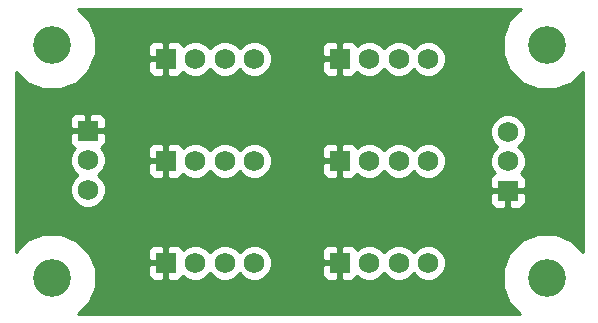
<source format=gbr>
G04 #@! TF.FileFunction,Copper,L2,Bot,Signal*
%FSLAX46Y46*%
G04 Gerber Fmt 4.6, Leading zero omitted, Abs format (unit mm)*
G04 Created by KiCad (PCBNEW 4.0.2+e4-6225~38~ubuntu15.04.1-stable) date zo 31 jul 2016 22:39:55 CEST*
%MOMM*%
G01*
G04 APERTURE LIST*
%ADD10C,0.100000*%
%ADD11R,1.750000X1.750000*%
%ADD12C,1.750000*%
%ADD13C,3.200000*%
%ADD14C,0.254000*%
G04 APERTURE END LIST*
D10*
D11*
X166624000Y-120904000D03*
D12*
X169124000Y-120904000D03*
X171624000Y-120904000D03*
X174124000Y-120904000D03*
D13*
X184150000Y-130810000D03*
X184150000Y-111125000D03*
X142240000Y-130810000D03*
X142240000Y-111125000D03*
D11*
X145288000Y-118364000D03*
D12*
X145288000Y-120864000D03*
X145288000Y-123364000D03*
D11*
X151892000Y-112268000D03*
D12*
X154392000Y-112268000D03*
X156892000Y-112268000D03*
X159392000Y-112268000D03*
D11*
X151892000Y-120904000D03*
D12*
X154392000Y-120904000D03*
X156892000Y-120904000D03*
X159392000Y-120904000D03*
D11*
X151892000Y-129540000D03*
D12*
X154392000Y-129540000D03*
X156892000Y-129540000D03*
X159392000Y-129540000D03*
D11*
X166624000Y-129540000D03*
D12*
X169124000Y-129540000D03*
X171624000Y-129540000D03*
X174124000Y-129540000D03*
D11*
X166624000Y-112268000D03*
D12*
X169124000Y-112268000D03*
X171624000Y-112268000D03*
X174124000Y-112268000D03*
D11*
X180848000Y-123444000D03*
D12*
X180848000Y-120944000D03*
X180848000Y-118444000D03*
D14*
G36*
X180992246Y-109011068D02*
X180423649Y-110380402D01*
X180422355Y-111863094D01*
X180988561Y-113233418D01*
X182036068Y-114282754D01*
X183405402Y-114851351D01*
X184888094Y-114852645D01*
X186258418Y-114286439D01*
X187198000Y-113348494D01*
X187198000Y-128587945D01*
X186263932Y-127652246D01*
X184894598Y-127083649D01*
X183411906Y-127082355D01*
X182041582Y-127648561D01*
X180992246Y-128696068D01*
X180423649Y-130065402D01*
X180422355Y-131548094D01*
X180988561Y-132918418D01*
X181926506Y-133858000D01*
X144462055Y-133858000D01*
X145397754Y-132923932D01*
X145966351Y-131554598D01*
X145967645Y-130071906D01*
X145865936Y-129825750D01*
X150382000Y-129825750D01*
X150382000Y-130541310D01*
X150478673Y-130774699D01*
X150657302Y-130953327D01*
X150890691Y-131050000D01*
X151606250Y-131050000D01*
X151765000Y-130891250D01*
X151765000Y-129667000D01*
X150540750Y-129667000D01*
X150382000Y-129825750D01*
X145865936Y-129825750D01*
X145401439Y-128701582D01*
X145238831Y-128538690D01*
X150382000Y-128538690D01*
X150382000Y-129254250D01*
X150540750Y-129413000D01*
X151765000Y-129413000D01*
X151765000Y-128188750D01*
X152019000Y-128188750D01*
X152019000Y-129413000D01*
X152039000Y-129413000D01*
X152039000Y-129667000D01*
X152019000Y-129667000D01*
X152019000Y-130891250D01*
X152177750Y-131050000D01*
X152893309Y-131050000D01*
X153126698Y-130953327D01*
X153305327Y-130774699D01*
X153359760Y-130643286D01*
X153535537Y-130819370D01*
X154090325Y-131049738D01*
X154691040Y-131050262D01*
X155246229Y-130820862D01*
X155642318Y-130425464D01*
X156035537Y-130819370D01*
X156590325Y-131049738D01*
X157191040Y-131050262D01*
X157746229Y-130820862D01*
X158142318Y-130425464D01*
X158535537Y-130819370D01*
X159090325Y-131049738D01*
X159691040Y-131050262D01*
X160246229Y-130820862D01*
X160671370Y-130396463D01*
X160901738Y-129841675D01*
X160901751Y-129825750D01*
X165114000Y-129825750D01*
X165114000Y-130541310D01*
X165210673Y-130774699D01*
X165389302Y-130953327D01*
X165622691Y-131050000D01*
X166338250Y-131050000D01*
X166497000Y-130891250D01*
X166497000Y-129667000D01*
X165272750Y-129667000D01*
X165114000Y-129825750D01*
X160901751Y-129825750D01*
X160902262Y-129240960D01*
X160672862Y-128685771D01*
X160526038Y-128538690D01*
X165114000Y-128538690D01*
X165114000Y-129254250D01*
X165272750Y-129413000D01*
X166497000Y-129413000D01*
X166497000Y-128188750D01*
X166751000Y-128188750D01*
X166751000Y-129413000D01*
X166771000Y-129413000D01*
X166771000Y-129667000D01*
X166751000Y-129667000D01*
X166751000Y-130891250D01*
X166909750Y-131050000D01*
X167625309Y-131050000D01*
X167858698Y-130953327D01*
X168037327Y-130774699D01*
X168091760Y-130643286D01*
X168267537Y-130819370D01*
X168822325Y-131049738D01*
X169423040Y-131050262D01*
X169978229Y-130820862D01*
X170374318Y-130425464D01*
X170767537Y-130819370D01*
X171322325Y-131049738D01*
X171923040Y-131050262D01*
X172478229Y-130820862D01*
X172874318Y-130425464D01*
X173267537Y-130819370D01*
X173822325Y-131049738D01*
X174423040Y-131050262D01*
X174978229Y-130820862D01*
X175403370Y-130396463D01*
X175633738Y-129841675D01*
X175634262Y-129240960D01*
X175404862Y-128685771D01*
X174980463Y-128260630D01*
X174425675Y-128030262D01*
X173824960Y-128029738D01*
X173269771Y-128259138D01*
X172873682Y-128654536D01*
X172480463Y-128260630D01*
X171925675Y-128030262D01*
X171324960Y-128029738D01*
X170769771Y-128259138D01*
X170373682Y-128654536D01*
X169980463Y-128260630D01*
X169425675Y-128030262D01*
X168824960Y-128029738D01*
X168269771Y-128259138D01*
X168091797Y-128436802D01*
X168037327Y-128305301D01*
X167858698Y-128126673D01*
X167625309Y-128030000D01*
X166909750Y-128030000D01*
X166751000Y-128188750D01*
X166497000Y-128188750D01*
X166338250Y-128030000D01*
X165622691Y-128030000D01*
X165389302Y-128126673D01*
X165210673Y-128305301D01*
X165114000Y-128538690D01*
X160526038Y-128538690D01*
X160248463Y-128260630D01*
X159693675Y-128030262D01*
X159092960Y-128029738D01*
X158537771Y-128259138D01*
X158141682Y-128654536D01*
X157748463Y-128260630D01*
X157193675Y-128030262D01*
X156592960Y-128029738D01*
X156037771Y-128259138D01*
X155641682Y-128654536D01*
X155248463Y-128260630D01*
X154693675Y-128030262D01*
X154092960Y-128029738D01*
X153537771Y-128259138D01*
X153359797Y-128436802D01*
X153305327Y-128305301D01*
X153126698Y-128126673D01*
X152893309Y-128030000D01*
X152177750Y-128030000D01*
X152019000Y-128188750D01*
X151765000Y-128188750D01*
X151606250Y-128030000D01*
X150890691Y-128030000D01*
X150657302Y-128126673D01*
X150478673Y-128305301D01*
X150382000Y-128538690D01*
X145238831Y-128538690D01*
X144353932Y-127652246D01*
X142984598Y-127083649D01*
X141501906Y-127082355D01*
X140131582Y-127648561D01*
X139192000Y-128586506D01*
X139192000Y-121163040D01*
X143777738Y-121163040D01*
X144007138Y-121718229D01*
X144402536Y-122114318D01*
X144008630Y-122507537D01*
X143778262Y-123062325D01*
X143777738Y-123663040D01*
X144007138Y-124218229D01*
X144431537Y-124643370D01*
X144986325Y-124873738D01*
X145587040Y-124874262D01*
X146142229Y-124644862D01*
X146567370Y-124220463D01*
X146771131Y-123729750D01*
X179338000Y-123729750D01*
X179338000Y-124445309D01*
X179434673Y-124678698D01*
X179613301Y-124857327D01*
X179846690Y-124954000D01*
X180562250Y-124954000D01*
X180721000Y-124795250D01*
X180721000Y-123571000D01*
X180975000Y-123571000D01*
X180975000Y-124795250D01*
X181133750Y-124954000D01*
X181849310Y-124954000D01*
X182082699Y-124857327D01*
X182261327Y-124678698D01*
X182358000Y-124445309D01*
X182358000Y-123729750D01*
X182199250Y-123571000D01*
X180975000Y-123571000D01*
X180721000Y-123571000D01*
X179496750Y-123571000D01*
X179338000Y-123729750D01*
X146771131Y-123729750D01*
X146797738Y-123665675D01*
X146798262Y-123064960D01*
X146568862Y-122509771D01*
X146173464Y-122113682D01*
X146567370Y-121720463D01*
X146787741Y-121189750D01*
X150382000Y-121189750D01*
X150382000Y-121905310D01*
X150478673Y-122138699D01*
X150657302Y-122317327D01*
X150890691Y-122414000D01*
X151606250Y-122414000D01*
X151765000Y-122255250D01*
X151765000Y-121031000D01*
X150540750Y-121031000D01*
X150382000Y-121189750D01*
X146787741Y-121189750D01*
X146797738Y-121165675D01*
X146798262Y-120564960D01*
X146568862Y-120009771D01*
X146461968Y-119902690D01*
X150382000Y-119902690D01*
X150382000Y-120618250D01*
X150540750Y-120777000D01*
X151765000Y-120777000D01*
X151765000Y-119552750D01*
X152019000Y-119552750D01*
X152019000Y-120777000D01*
X152039000Y-120777000D01*
X152039000Y-121031000D01*
X152019000Y-121031000D01*
X152019000Y-122255250D01*
X152177750Y-122414000D01*
X152893309Y-122414000D01*
X153126698Y-122317327D01*
X153305327Y-122138699D01*
X153359760Y-122007286D01*
X153535537Y-122183370D01*
X154090325Y-122413738D01*
X154691040Y-122414262D01*
X155246229Y-122184862D01*
X155642318Y-121789464D01*
X156035537Y-122183370D01*
X156590325Y-122413738D01*
X157191040Y-122414262D01*
X157746229Y-122184862D01*
X158142318Y-121789464D01*
X158535537Y-122183370D01*
X159090325Y-122413738D01*
X159691040Y-122414262D01*
X160246229Y-122184862D01*
X160671370Y-121760463D01*
X160901738Y-121205675D01*
X160901751Y-121189750D01*
X165114000Y-121189750D01*
X165114000Y-121905310D01*
X165210673Y-122138699D01*
X165389302Y-122317327D01*
X165622691Y-122414000D01*
X166338250Y-122414000D01*
X166497000Y-122255250D01*
X166497000Y-121031000D01*
X165272750Y-121031000D01*
X165114000Y-121189750D01*
X160901751Y-121189750D01*
X160902262Y-120604960D01*
X160672862Y-120049771D01*
X160526038Y-119902690D01*
X165114000Y-119902690D01*
X165114000Y-120618250D01*
X165272750Y-120777000D01*
X166497000Y-120777000D01*
X166497000Y-119552750D01*
X166751000Y-119552750D01*
X166751000Y-120777000D01*
X166771000Y-120777000D01*
X166771000Y-121031000D01*
X166751000Y-121031000D01*
X166751000Y-122255250D01*
X166909750Y-122414000D01*
X167625309Y-122414000D01*
X167858698Y-122317327D01*
X168037327Y-122138699D01*
X168091760Y-122007286D01*
X168267537Y-122183370D01*
X168822325Y-122413738D01*
X169423040Y-122414262D01*
X169978229Y-122184862D01*
X170374318Y-121789464D01*
X170767537Y-122183370D01*
X171322325Y-122413738D01*
X171923040Y-122414262D01*
X172478229Y-122184862D01*
X172874318Y-121789464D01*
X173267537Y-122183370D01*
X173822325Y-122413738D01*
X174423040Y-122414262D01*
X174978229Y-122184862D01*
X175403370Y-121760463D01*
X175633738Y-121205675D01*
X175634262Y-120604960D01*
X175404862Y-120049771D01*
X174980463Y-119624630D01*
X174425675Y-119394262D01*
X173824960Y-119393738D01*
X173269771Y-119623138D01*
X172873682Y-120018536D01*
X172480463Y-119624630D01*
X171925675Y-119394262D01*
X171324960Y-119393738D01*
X170769771Y-119623138D01*
X170373682Y-120018536D01*
X169980463Y-119624630D01*
X169425675Y-119394262D01*
X168824960Y-119393738D01*
X168269771Y-119623138D01*
X168091797Y-119800802D01*
X168037327Y-119669301D01*
X167858698Y-119490673D01*
X167625309Y-119394000D01*
X166909750Y-119394000D01*
X166751000Y-119552750D01*
X166497000Y-119552750D01*
X166338250Y-119394000D01*
X165622691Y-119394000D01*
X165389302Y-119490673D01*
X165210673Y-119669301D01*
X165114000Y-119902690D01*
X160526038Y-119902690D01*
X160248463Y-119624630D01*
X159693675Y-119394262D01*
X159092960Y-119393738D01*
X158537771Y-119623138D01*
X158141682Y-120018536D01*
X157748463Y-119624630D01*
X157193675Y-119394262D01*
X156592960Y-119393738D01*
X156037771Y-119623138D01*
X155641682Y-120018536D01*
X155248463Y-119624630D01*
X154693675Y-119394262D01*
X154092960Y-119393738D01*
X153537771Y-119623138D01*
X153359797Y-119800802D01*
X153305327Y-119669301D01*
X153126698Y-119490673D01*
X152893309Y-119394000D01*
X152177750Y-119394000D01*
X152019000Y-119552750D01*
X151765000Y-119552750D01*
X151606250Y-119394000D01*
X150890691Y-119394000D01*
X150657302Y-119490673D01*
X150478673Y-119669301D01*
X150382000Y-119902690D01*
X146461968Y-119902690D01*
X146391198Y-119831797D01*
X146522699Y-119777327D01*
X146701327Y-119598698D01*
X146798000Y-119365309D01*
X146798000Y-118743040D01*
X179337738Y-118743040D01*
X179567138Y-119298229D01*
X179962536Y-119694318D01*
X179568630Y-120087537D01*
X179338262Y-120642325D01*
X179337738Y-121243040D01*
X179567138Y-121798229D01*
X179744802Y-121976203D01*
X179613301Y-122030673D01*
X179434673Y-122209302D01*
X179338000Y-122442691D01*
X179338000Y-123158250D01*
X179496750Y-123317000D01*
X180721000Y-123317000D01*
X180721000Y-123297000D01*
X180975000Y-123297000D01*
X180975000Y-123317000D01*
X182199250Y-123317000D01*
X182358000Y-123158250D01*
X182358000Y-122442691D01*
X182261327Y-122209302D01*
X182082699Y-122030673D01*
X181951286Y-121976240D01*
X182127370Y-121800463D01*
X182357738Y-121245675D01*
X182358262Y-120644960D01*
X182128862Y-120089771D01*
X181733464Y-119693682D01*
X182127370Y-119300463D01*
X182357738Y-118745675D01*
X182358262Y-118144960D01*
X182128862Y-117589771D01*
X181704463Y-117164630D01*
X181149675Y-116934262D01*
X180548960Y-116933738D01*
X179993771Y-117163138D01*
X179568630Y-117587537D01*
X179338262Y-118142325D01*
X179337738Y-118743040D01*
X146798000Y-118743040D01*
X146798000Y-118649750D01*
X146639250Y-118491000D01*
X145415000Y-118491000D01*
X145415000Y-118511000D01*
X145161000Y-118511000D01*
X145161000Y-118491000D01*
X143936750Y-118491000D01*
X143778000Y-118649750D01*
X143778000Y-119365309D01*
X143874673Y-119598698D01*
X144053301Y-119777327D01*
X144184714Y-119831760D01*
X144008630Y-120007537D01*
X143778262Y-120562325D01*
X143777738Y-121163040D01*
X139192000Y-121163040D01*
X139192000Y-117362691D01*
X143778000Y-117362691D01*
X143778000Y-118078250D01*
X143936750Y-118237000D01*
X145161000Y-118237000D01*
X145161000Y-117012750D01*
X145415000Y-117012750D01*
X145415000Y-118237000D01*
X146639250Y-118237000D01*
X146798000Y-118078250D01*
X146798000Y-117362691D01*
X146701327Y-117129302D01*
X146522699Y-116950673D01*
X146289310Y-116854000D01*
X145573750Y-116854000D01*
X145415000Y-117012750D01*
X145161000Y-117012750D01*
X145002250Y-116854000D01*
X144286690Y-116854000D01*
X144053301Y-116950673D01*
X143874673Y-117129302D01*
X143778000Y-117362691D01*
X139192000Y-117362691D01*
X139192000Y-113347055D01*
X140126068Y-114282754D01*
X141495402Y-114851351D01*
X142978094Y-114852645D01*
X144348418Y-114286439D01*
X145397754Y-113238932D01*
X145682266Y-112553750D01*
X150382000Y-112553750D01*
X150382000Y-113269310D01*
X150478673Y-113502699D01*
X150657302Y-113681327D01*
X150890691Y-113778000D01*
X151606250Y-113778000D01*
X151765000Y-113619250D01*
X151765000Y-112395000D01*
X150540750Y-112395000D01*
X150382000Y-112553750D01*
X145682266Y-112553750D01*
X145966351Y-111869598D01*
X145966877Y-111266690D01*
X150382000Y-111266690D01*
X150382000Y-111982250D01*
X150540750Y-112141000D01*
X151765000Y-112141000D01*
X151765000Y-110916750D01*
X152019000Y-110916750D01*
X152019000Y-112141000D01*
X152039000Y-112141000D01*
X152039000Y-112395000D01*
X152019000Y-112395000D01*
X152019000Y-113619250D01*
X152177750Y-113778000D01*
X152893309Y-113778000D01*
X153126698Y-113681327D01*
X153305327Y-113502699D01*
X153359760Y-113371286D01*
X153535537Y-113547370D01*
X154090325Y-113777738D01*
X154691040Y-113778262D01*
X155246229Y-113548862D01*
X155642318Y-113153464D01*
X156035537Y-113547370D01*
X156590325Y-113777738D01*
X157191040Y-113778262D01*
X157746229Y-113548862D01*
X158142318Y-113153464D01*
X158535537Y-113547370D01*
X159090325Y-113777738D01*
X159691040Y-113778262D01*
X160246229Y-113548862D01*
X160671370Y-113124463D01*
X160901738Y-112569675D01*
X160901751Y-112553750D01*
X165114000Y-112553750D01*
X165114000Y-113269310D01*
X165210673Y-113502699D01*
X165389302Y-113681327D01*
X165622691Y-113778000D01*
X166338250Y-113778000D01*
X166497000Y-113619250D01*
X166497000Y-112395000D01*
X165272750Y-112395000D01*
X165114000Y-112553750D01*
X160901751Y-112553750D01*
X160902262Y-111968960D01*
X160672862Y-111413771D01*
X160526038Y-111266690D01*
X165114000Y-111266690D01*
X165114000Y-111982250D01*
X165272750Y-112141000D01*
X166497000Y-112141000D01*
X166497000Y-110916750D01*
X166751000Y-110916750D01*
X166751000Y-112141000D01*
X166771000Y-112141000D01*
X166771000Y-112395000D01*
X166751000Y-112395000D01*
X166751000Y-113619250D01*
X166909750Y-113778000D01*
X167625309Y-113778000D01*
X167858698Y-113681327D01*
X168037327Y-113502699D01*
X168091760Y-113371286D01*
X168267537Y-113547370D01*
X168822325Y-113777738D01*
X169423040Y-113778262D01*
X169978229Y-113548862D01*
X170374318Y-113153464D01*
X170767537Y-113547370D01*
X171322325Y-113777738D01*
X171923040Y-113778262D01*
X172478229Y-113548862D01*
X172874318Y-113153464D01*
X173267537Y-113547370D01*
X173822325Y-113777738D01*
X174423040Y-113778262D01*
X174978229Y-113548862D01*
X175403370Y-113124463D01*
X175633738Y-112569675D01*
X175634262Y-111968960D01*
X175404862Y-111413771D01*
X174980463Y-110988630D01*
X174425675Y-110758262D01*
X173824960Y-110757738D01*
X173269771Y-110987138D01*
X172873682Y-111382536D01*
X172480463Y-110988630D01*
X171925675Y-110758262D01*
X171324960Y-110757738D01*
X170769771Y-110987138D01*
X170373682Y-111382536D01*
X169980463Y-110988630D01*
X169425675Y-110758262D01*
X168824960Y-110757738D01*
X168269771Y-110987138D01*
X168091797Y-111164802D01*
X168037327Y-111033301D01*
X167858698Y-110854673D01*
X167625309Y-110758000D01*
X166909750Y-110758000D01*
X166751000Y-110916750D01*
X166497000Y-110916750D01*
X166338250Y-110758000D01*
X165622691Y-110758000D01*
X165389302Y-110854673D01*
X165210673Y-111033301D01*
X165114000Y-111266690D01*
X160526038Y-111266690D01*
X160248463Y-110988630D01*
X159693675Y-110758262D01*
X159092960Y-110757738D01*
X158537771Y-110987138D01*
X158141682Y-111382536D01*
X157748463Y-110988630D01*
X157193675Y-110758262D01*
X156592960Y-110757738D01*
X156037771Y-110987138D01*
X155641682Y-111382536D01*
X155248463Y-110988630D01*
X154693675Y-110758262D01*
X154092960Y-110757738D01*
X153537771Y-110987138D01*
X153359797Y-111164802D01*
X153305327Y-111033301D01*
X153126698Y-110854673D01*
X152893309Y-110758000D01*
X152177750Y-110758000D01*
X152019000Y-110916750D01*
X151765000Y-110916750D01*
X151606250Y-110758000D01*
X150890691Y-110758000D01*
X150657302Y-110854673D01*
X150478673Y-111033301D01*
X150382000Y-111266690D01*
X145966877Y-111266690D01*
X145967645Y-110386906D01*
X145401439Y-109016582D01*
X144463494Y-108077000D01*
X181927945Y-108077000D01*
X180992246Y-109011068D01*
X180992246Y-109011068D01*
G37*
X180992246Y-109011068D02*
X180423649Y-110380402D01*
X180422355Y-111863094D01*
X180988561Y-113233418D01*
X182036068Y-114282754D01*
X183405402Y-114851351D01*
X184888094Y-114852645D01*
X186258418Y-114286439D01*
X187198000Y-113348494D01*
X187198000Y-128587945D01*
X186263932Y-127652246D01*
X184894598Y-127083649D01*
X183411906Y-127082355D01*
X182041582Y-127648561D01*
X180992246Y-128696068D01*
X180423649Y-130065402D01*
X180422355Y-131548094D01*
X180988561Y-132918418D01*
X181926506Y-133858000D01*
X144462055Y-133858000D01*
X145397754Y-132923932D01*
X145966351Y-131554598D01*
X145967645Y-130071906D01*
X145865936Y-129825750D01*
X150382000Y-129825750D01*
X150382000Y-130541310D01*
X150478673Y-130774699D01*
X150657302Y-130953327D01*
X150890691Y-131050000D01*
X151606250Y-131050000D01*
X151765000Y-130891250D01*
X151765000Y-129667000D01*
X150540750Y-129667000D01*
X150382000Y-129825750D01*
X145865936Y-129825750D01*
X145401439Y-128701582D01*
X145238831Y-128538690D01*
X150382000Y-128538690D01*
X150382000Y-129254250D01*
X150540750Y-129413000D01*
X151765000Y-129413000D01*
X151765000Y-128188750D01*
X152019000Y-128188750D01*
X152019000Y-129413000D01*
X152039000Y-129413000D01*
X152039000Y-129667000D01*
X152019000Y-129667000D01*
X152019000Y-130891250D01*
X152177750Y-131050000D01*
X152893309Y-131050000D01*
X153126698Y-130953327D01*
X153305327Y-130774699D01*
X153359760Y-130643286D01*
X153535537Y-130819370D01*
X154090325Y-131049738D01*
X154691040Y-131050262D01*
X155246229Y-130820862D01*
X155642318Y-130425464D01*
X156035537Y-130819370D01*
X156590325Y-131049738D01*
X157191040Y-131050262D01*
X157746229Y-130820862D01*
X158142318Y-130425464D01*
X158535537Y-130819370D01*
X159090325Y-131049738D01*
X159691040Y-131050262D01*
X160246229Y-130820862D01*
X160671370Y-130396463D01*
X160901738Y-129841675D01*
X160901751Y-129825750D01*
X165114000Y-129825750D01*
X165114000Y-130541310D01*
X165210673Y-130774699D01*
X165389302Y-130953327D01*
X165622691Y-131050000D01*
X166338250Y-131050000D01*
X166497000Y-130891250D01*
X166497000Y-129667000D01*
X165272750Y-129667000D01*
X165114000Y-129825750D01*
X160901751Y-129825750D01*
X160902262Y-129240960D01*
X160672862Y-128685771D01*
X160526038Y-128538690D01*
X165114000Y-128538690D01*
X165114000Y-129254250D01*
X165272750Y-129413000D01*
X166497000Y-129413000D01*
X166497000Y-128188750D01*
X166751000Y-128188750D01*
X166751000Y-129413000D01*
X166771000Y-129413000D01*
X166771000Y-129667000D01*
X166751000Y-129667000D01*
X166751000Y-130891250D01*
X166909750Y-131050000D01*
X167625309Y-131050000D01*
X167858698Y-130953327D01*
X168037327Y-130774699D01*
X168091760Y-130643286D01*
X168267537Y-130819370D01*
X168822325Y-131049738D01*
X169423040Y-131050262D01*
X169978229Y-130820862D01*
X170374318Y-130425464D01*
X170767537Y-130819370D01*
X171322325Y-131049738D01*
X171923040Y-131050262D01*
X172478229Y-130820862D01*
X172874318Y-130425464D01*
X173267537Y-130819370D01*
X173822325Y-131049738D01*
X174423040Y-131050262D01*
X174978229Y-130820862D01*
X175403370Y-130396463D01*
X175633738Y-129841675D01*
X175634262Y-129240960D01*
X175404862Y-128685771D01*
X174980463Y-128260630D01*
X174425675Y-128030262D01*
X173824960Y-128029738D01*
X173269771Y-128259138D01*
X172873682Y-128654536D01*
X172480463Y-128260630D01*
X171925675Y-128030262D01*
X171324960Y-128029738D01*
X170769771Y-128259138D01*
X170373682Y-128654536D01*
X169980463Y-128260630D01*
X169425675Y-128030262D01*
X168824960Y-128029738D01*
X168269771Y-128259138D01*
X168091797Y-128436802D01*
X168037327Y-128305301D01*
X167858698Y-128126673D01*
X167625309Y-128030000D01*
X166909750Y-128030000D01*
X166751000Y-128188750D01*
X166497000Y-128188750D01*
X166338250Y-128030000D01*
X165622691Y-128030000D01*
X165389302Y-128126673D01*
X165210673Y-128305301D01*
X165114000Y-128538690D01*
X160526038Y-128538690D01*
X160248463Y-128260630D01*
X159693675Y-128030262D01*
X159092960Y-128029738D01*
X158537771Y-128259138D01*
X158141682Y-128654536D01*
X157748463Y-128260630D01*
X157193675Y-128030262D01*
X156592960Y-128029738D01*
X156037771Y-128259138D01*
X155641682Y-128654536D01*
X155248463Y-128260630D01*
X154693675Y-128030262D01*
X154092960Y-128029738D01*
X153537771Y-128259138D01*
X153359797Y-128436802D01*
X153305327Y-128305301D01*
X153126698Y-128126673D01*
X152893309Y-128030000D01*
X152177750Y-128030000D01*
X152019000Y-128188750D01*
X151765000Y-128188750D01*
X151606250Y-128030000D01*
X150890691Y-128030000D01*
X150657302Y-128126673D01*
X150478673Y-128305301D01*
X150382000Y-128538690D01*
X145238831Y-128538690D01*
X144353932Y-127652246D01*
X142984598Y-127083649D01*
X141501906Y-127082355D01*
X140131582Y-127648561D01*
X139192000Y-128586506D01*
X139192000Y-121163040D01*
X143777738Y-121163040D01*
X144007138Y-121718229D01*
X144402536Y-122114318D01*
X144008630Y-122507537D01*
X143778262Y-123062325D01*
X143777738Y-123663040D01*
X144007138Y-124218229D01*
X144431537Y-124643370D01*
X144986325Y-124873738D01*
X145587040Y-124874262D01*
X146142229Y-124644862D01*
X146567370Y-124220463D01*
X146771131Y-123729750D01*
X179338000Y-123729750D01*
X179338000Y-124445309D01*
X179434673Y-124678698D01*
X179613301Y-124857327D01*
X179846690Y-124954000D01*
X180562250Y-124954000D01*
X180721000Y-124795250D01*
X180721000Y-123571000D01*
X180975000Y-123571000D01*
X180975000Y-124795250D01*
X181133750Y-124954000D01*
X181849310Y-124954000D01*
X182082699Y-124857327D01*
X182261327Y-124678698D01*
X182358000Y-124445309D01*
X182358000Y-123729750D01*
X182199250Y-123571000D01*
X180975000Y-123571000D01*
X180721000Y-123571000D01*
X179496750Y-123571000D01*
X179338000Y-123729750D01*
X146771131Y-123729750D01*
X146797738Y-123665675D01*
X146798262Y-123064960D01*
X146568862Y-122509771D01*
X146173464Y-122113682D01*
X146567370Y-121720463D01*
X146787741Y-121189750D01*
X150382000Y-121189750D01*
X150382000Y-121905310D01*
X150478673Y-122138699D01*
X150657302Y-122317327D01*
X150890691Y-122414000D01*
X151606250Y-122414000D01*
X151765000Y-122255250D01*
X151765000Y-121031000D01*
X150540750Y-121031000D01*
X150382000Y-121189750D01*
X146787741Y-121189750D01*
X146797738Y-121165675D01*
X146798262Y-120564960D01*
X146568862Y-120009771D01*
X146461968Y-119902690D01*
X150382000Y-119902690D01*
X150382000Y-120618250D01*
X150540750Y-120777000D01*
X151765000Y-120777000D01*
X151765000Y-119552750D01*
X152019000Y-119552750D01*
X152019000Y-120777000D01*
X152039000Y-120777000D01*
X152039000Y-121031000D01*
X152019000Y-121031000D01*
X152019000Y-122255250D01*
X152177750Y-122414000D01*
X152893309Y-122414000D01*
X153126698Y-122317327D01*
X153305327Y-122138699D01*
X153359760Y-122007286D01*
X153535537Y-122183370D01*
X154090325Y-122413738D01*
X154691040Y-122414262D01*
X155246229Y-122184862D01*
X155642318Y-121789464D01*
X156035537Y-122183370D01*
X156590325Y-122413738D01*
X157191040Y-122414262D01*
X157746229Y-122184862D01*
X158142318Y-121789464D01*
X158535537Y-122183370D01*
X159090325Y-122413738D01*
X159691040Y-122414262D01*
X160246229Y-122184862D01*
X160671370Y-121760463D01*
X160901738Y-121205675D01*
X160901751Y-121189750D01*
X165114000Y-121189750D01*
X165114000Y-121905310D01*
X165210673Y-122138699D01*
X165389302Y-122317327D01*
X165622691Y-122414000D01*
X166338250Y-122414000D01*
X166497000Y-122255250D01*
X166497000Y-121031000D01*
X165272750Y-121031000D01*
X165114000Y-121189750D01*
X160901751Y-121189750D01*
X160902262Y-120604960D01*
X160672862Y-120049771D01*
X160526038Y-119902690D01*
X165114000Y-119902690D01*
X165114000Y-120618250D01*
X165272750Y-120777000D01*
X166497000Y-120777000D01*
X166497000Y-119552750D01*
X166751000Y-119552750D01*
X166751000Y-120777000D01*
X166771000Y-120777000D01*
X166771000Y-121031000D01*
X166751000Y-121031000D01*
X166751000Y-122255250D01*
X166909750Y-122414000D01*
X167625309Y-122414000D01*
X167858698Y-122317327D01*
X168037327Y-122138699D01*
X168091760Y-122007286D01*
X168267537Y-122183370D01*
X168822325Y-122413738D01*
X169423040Y-122414262D01*
X169978229Y-122184862D01*
X170374318Y-121789464D01*
X170767537Y-122183370D01*
X171322325Y-122413738D01*
X171923040Y-122414262D01*
X172478229Y-122184862D01*
X172874318Y-121789464D01*
X173267537Y-122183370D01*
X173822325Y-122413738D01*
X174423040Y-122414262D01*
X174978229Y-122184862D01*
X175403370Y-121760463D01*
X175633738Y-121205675D01*
X175634262Y-120604960D01*
X175404862Y-120049771D01*
X174980463Y-119624630D01*
X174425675Y-119394262D01*
X173824960Y-119393738D01*
X173269771Y-119623138D01*
X172873682Y-120018536D01*
X172480463Y-119624630D01*
X171925675Y-119394262D01*
X171324960Y-119393738D01*
X170769771Y-119623138D01*
X170373682Y-120018536D01*
X169980463Y-119624630D01*
X169425675Y-119394262D01*
X168824960Y-119393738D01*
X168269771Y-119623138D01*
X168091797Y-119800802D01*
X168037327Y-119669301D01*
X167858698Y-119490673D01*
X167625309Y-119394000D01*
X166909750Y-119394000D01*
X166751000Y-119552750D01*
X166497000Y-119552750D01*
X166338250Y-119394000D01*
X165622691Y-119394000D01*
X165389302Y-119490673D01*
X165210673Y-119669301D01*
X165114000Y-119902690D01*
X160526038Y-119902690D01*
X160248463Y-119624630D01*
X159693675Y-119394262D01*
X159092960Y-119393738D01*
X158537771Y-119623138D01*
X158141682Y-120018536D01*
X157748463Y-119624630D01*
X157193675Y-119394262D01*
X156592960Y-119393738D01*
X156037771Y-119623138D01*
X155641682Y-120018536D01*
X155248463Y-119624630D01*
X154693675Y-119394262D01*
X154092960Y-119393738D01*
X153537771Y-119623138D01*
X153359797Y-119800802D01*
X153305327Y-119669301D01*
X153126698Y-119490673D01*
X152893309Y-119394000D01*
X152177750Y-119394000D01*
X152019000Y-119552750D01*
X151765000Y-119552750D01*
X151606250Y-119394000D01*
X150890691Y-119394000D01*
X150657302Y-119490673D01*
X150478673Y-119669301D01*
X150382000Y-119902690D01*
X146461968Y-119902690D01*
X146391198Y-119831797D01*
X146522699Y-119777327D01*
X146701327Y-119598698D01*
X146798000Y-119365309D01*
X146798000Y-118743040D01*
X179337738Y-118743040D01*
X179567138Y-119298229D01*
X179962536Y-119694318D01*
X179568630Y-120087537D01*
X179338262Y-120642325D01*
X179337738Y-121243040D01*
X179567138Y-121798229D01*
X179744802Y-121976203D01*
X179613301Y-122030673D01*
X179434673Y-122209302D01*
X179338000Y-122442691D01*
X179338000Y-123158250D01*
X179496750Y-123317000D01*
X180721000Y-123317000D01*
X180721000Y-123297000D01*
X180975000Y-123297000D01*
X180975000Y-123317000D01*
X182199250Y-123317000D01*
X182358000Y-123158250D01*
X182358000Y-122442691D01*
X182261327Y-122209302D01*
X182082699Y-122030673D01*
X181951286Y-121976240D01*
X182127370Y-121800463D01*
X182357738Y-121245675D01*
X182358262Y-120644960D01*
X182128862Y-120089771D01*
X181733464Y-119693682D01*
X182127370Y-119300463D01*
X182357738Y-118745675D01*
X182358262Y-118144960D01*
X182128862Y-117589771D01*
X181704463Y-117164630D01*
X181149675Y-116934262D01*
X180548960Y-116933738D01*
X179993771Y-117163138D01*
X179568630Y-117587537D01*
X179338262Y-118142325D01*
X179337738Y-118743040D01*
X146798000Y-118743040D01*
X146798000Y-118649750D01*
X146639250Y-118491000D01*
X145415000Y-118491000D01*
X145415000Y-118511000D01*
X145161000Y-118511000D01*
X145161000Y-118491000D01*
X143936750Y-118491000D01*
X143778000Y-118649750D01*
X143778000Y-119365309D01*
X143874673Y-119598698D01*
X144053301Y-119777327D01*
X144184714Y-119831760D01*
X144008630Y-120007537D01*
X143778262Y-120562325D01*
X143777738Y-121163040D01*
X139192000Y-121163040D01*
X139192000Y-117362691D01*
X143778000Y-117362691D01*
X143778000Y-118078250D01*
X143936750Y-118237000D01*
X145161000Y-118237000D01*
X145161000Y-117012750D01*
X145415000Y-117012750D01*
X145415000Y-118237000D01*
X146639250Y-118237000D01*
X146798000Y-118078250D01*
X146798000Y-117362691D01*
X146701327Y-117129302D01*
X146522699Y-116950673D01*
X146289310Y-116854000D01*
X145573750Y-116854000D01*
X145415000Y-117012750D01*
X145161000Y-117012750D01*
X145002250Y-116854000D01*
X144286690Y-116854000D01*
X144053301Y-116950673D01*
X143874673Y-117129302D01*
X143778000Y-117362691D01*
X139192000Y-117362691D01*
X139192000Y-113347055D01*
X140126068Y-114282754D01*
X141495402Y-114851351D01*
X142978094Y-114852645D01*
X144348418Y-114286439D01*
X145397754Y-113238932D01*
X145682266Y-112553750D01*
X150382000Y-112553750D01*
X150382000Y-113269310D01*
X150478673Y-113502699D01*
X150657302Y-113681327D01*
X150890691Y-113778000D01*
X151606250Y-113778000D01*
X151765000Y-113619250D01*
X151765000Y-112395000D01*
X150540750Y-112395000D01*
X150382000Y-112553750D01*
X145682266Y-112553750D01*
X145966351Y-111869598D01*
X145966877Y-111266690D01*
X150382000Y-111266690D01*
X150382000Y-111982250D01*
X150540750Y-112141000D01*
X151765000Y-112141000D01*
X151765000Y-110916750D01*
X152019000Y-110916750D01*
X152019000Y-112141000D01*
X152039000Y-112141000D01*
X152039000Y-112395000D01*
X152019000Y-112395000D01*
X152019000Y-113619250D01*
X152177750Y-113778000D01*
X152893309Y-113778000D01*
X153126698Y-113681327D01*
X153305327Y-113502699D01*
X153359760Y-113371286D01*
X153535537Y-113547370D01*
X154090325Y-113777738D01*
X154691040Y-113778262D01*
X155246229Y-113548862D01*
X155642318Y-113153464D01*
X156035537Y-113547370D01*
X156590325Y-113777738D01*
X157191040Y-113778262D01*
X157746229Y-113548862D01*
X158142318Y-113153464D01*
X158535537Y-113547370D01*
X159090325Y-113777738D01*
X159691040Y-113778262D01*
X160246229Y-113548862D01*
X160671370Y-113124463D01*
X160901738Y-112569675D01*
X160901751Y-112553750D01*
X165114000Y-112553750D01*
X165114000Y-113269310D01*
X165210673Y-113502699D01*
X165389302Y-113681327D01*
X165622691Y-113778000D01*
X166338250Y-113778000D01*
X166497000Y-113619250D01*
X166497000Y-112395000D01*
X165272750Y-112395000D01*
X165114000Y-112553750D01*
X160901751Y-112553750D01*
X160902262Y-111968960D01*
X160672862Y-111413771D01*
X160526038Y-111266690D01*
X165114000Y-111266690D01*
X165114000Y-111982250D01*
X165272750Y-112141000D01*
X166497000Y-112141000D01*
X166497000Y-110916750D01*
X166751000Y-110916750D01*
X166751000Y-112141000D01*
X166771000Y-112141000D01*
X166771000Y-112395000D01*
X166751000Y-112395000D01*
X166751000Y-113619250D01*
X166909750Y-113778000D01*
X167625309Y-113778000D01*
X167858698Y-113681327D01*
X168037327Y-113502699D01*
X168091760Y-113371286D01*
X168267537Y-113547370D01*
X168822325Y-113777738D01*
X169423040Y-113778262D01*
X169978229Y-113548862D01*
X170374318Y-113153464D01*
X170767537Y-113547370D01*
X171322325Y-113777738D01*
X171923040Y-113778262D01*
X172478229Y-113548862D01*
X172874318Y-113153464D01*
X173267537Y-113547370D01*
X173822325Y-113777738D01*
X174423040Y-113778262D01*
X174978229Y-113548862D01*
X175403370Y-113124463D01*
X175633738Y-112569675D01*
X175634262Y-111968960D01*
X175404862Y-111413771D01*
X174980463Y-110988630D01*
X174425675Y-110758262D01*
X173824960Y-110757738D01*
X173269771Y-110987138D01*
X172873682Y-111382536D01*
X172480463Y-110988630D01*
X171925675Y-110758262D01*
X171324960Y-110757738D01*
X170769771Y-110987138D01*
X170373682Y-111382536D01*
X169980463Y-110988630D01*
X169425675Y-110758262D01*
X168824960Y-110757738D01*
X168269771Y-110987138D01*
X168091797Y-111164802D01*
X168037327Y-111033301D01*
X167858698Y-110854673D01*
X167625309Y-110758000D01*
X166909750Y-110758000D01*
X166751000Y-110916750D01*
X166497000Y-110916750D01*
X166338250Y-110758000D01*
X165622691Y-110758000D01*
X165389302Y-110854673D01*
X165210673Y-111033301D01*
X165114000Y-111266690D01*
X160526038Y-111266690D01*
X160248463Y-110988630D01*
X159693675Y-110758262D01*
X159092960Y-110757738D01*
X158537771Y-110987138D01*
X158141682Y-111382536D01*
X157748463Y-110988630D01*
X157193675Y-110758262D01*
X156592960Y-110757738D01*
X156037771Y-110987138D01*
X155641682Y-111382536D01*
X155248463Y-110988630D01*
X154693675Y-110758262D01*
X154092960Y-110757738D01*
X153537771Y-110987138D01*
X153359797Y-111164802D01*
X153305327Y-111033301D01*
X153126698Y-110854673D01*
X152893309Y-110758000D01*
X152177750Y-110758000D01*
X152019000Y-110916750D01*
X151765000Y-110916750D01*
X151606250Y-110758000D01*
X150890691Y-110758000D01*
X150657302Y-110854673D01*
X150478673Y-111033301D01*
X150382000Y-111266690D01*
X145966877Y-111266690D01*
X145967645Y-110386906D01*
X145401439Y-109016582D01*
X144463494Y-108077000D01*
X181927945Y-108077000D01*
X180992246Y-109011068D01*
M02*

</source>
